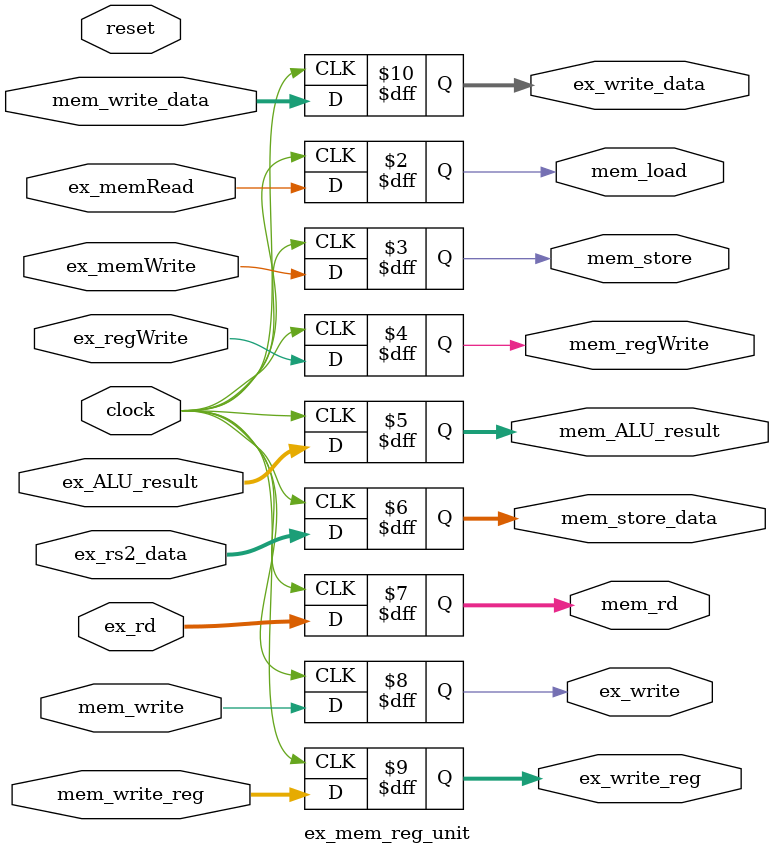
<source format=v>
module ex_mem_reg_unit #(parameter CORE = 0, DATA_WIDTH=32, ADDRESS_BITS=20)(
    clock, reset,

    ex_memRead,
	ex_memWrite,
    ex_regWrite,
    ex_ALU_result,
    ex_rs2_data,
    ex_rd,
    mem_write,
    mem_write_reg,
    mem_write_data,

    mem_load,
    mem_store,
	mem_regWrite,
    mem_ALU_result,
    mem_store_data,
    mem_rd,
    ex_write,
    ex_write_reg,
    ex_write_data
);

input clock, reset;

input ex_memRead;
input ex_memWrite;
input ex_regWrite;
input [DATA_WIDTH-1:0] ex_ALU_result;
input [DATA_WIDTH-1:0] ex_rs2_data;
input [4:0] ex_rd;
input mem_write;
input [4:0] mem_write_reg;
input [DATA_WIDTH-1:0] mem_write_data;

output reg mem_load;
output reg mem_store;
output reg mem_regWrite;
output reg [DATA_WIDTH-1:0] mem_ALU_result;
output reg [DATA_WIDTH-1:0] mem_store_data;
output reg [4:0] mem_rd;
output reg ex_write;
output reg [4:0] ex_write_reg;
output reg [DATA_WIDTH-1:0] ex_write_data;

always @(posedge clock) begin
    mem_load <= ex_memRead;
    mem_store <= ex_memWrite;
    mem_regWrite <= ex_regWrite;
    mem_ALU_result <= ex_ALU_result;
    mem_store_data <= ex_rs2_data;
    mem_rd <= ex_rd;
    ex_write <= mem_write;
    ex_write_reg <= mem_write_reg;
    ex_write_data <= mem_write_data;
end
endmodule

</source>
